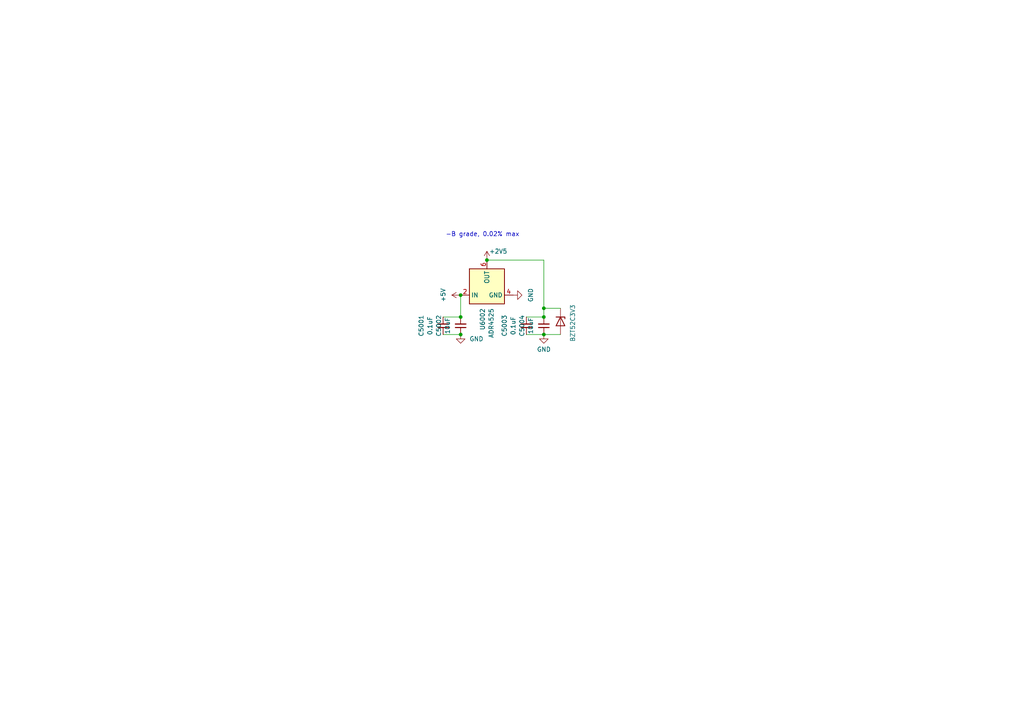
<source format=kicad_sch>
(kicad_sch (version 20231120) (generator "eeschema") (generator_version "8.0")
  (paper "A4")
  (lib_symbols
    (symbol "Device:C_Small" (pin_numbers hide) (pin_names (offset 0.254) hide)
      (property "Reference" "C" (at 0.254 1.778 0))
      (property "Value" "C_Small" (at 0.254 -2.032 0))
      (symbol "C_Small_0_1"
        (polyline (pts (xy -1.524 -0.508) (xy 1.524 -0.508)) (stroke (width 0.3302)))
        (polyline (pts (xy -1.524 0.508) (xy 1.524 0.508)) (stroke (width 0.3048)))
      )
      (symbol "C_Small_1_1"
        (pin passive line (at 0 2.54 270) (length 2.032) (name "~") (number "1"))
        (pin passive line (at 0 -2.54 90) (length 2.032) (name "~") (number "2"))
      )
    )
    (symbol "Device:D_Zener" (pin_numbers hide) (pin_names (offset 1.016) hide)
      (property "Reference" "D" (at 0 2.54 0))
      (property "Value" "D_Zener" (at 0 -2.54 0))
      (symbol "D_Zener_0_1"
        (polyline (pts (xy 1.27 0) (xy -1.27 0)))
        (polyline (pts (xy -1.27 -1.27) (xy -1.27 1.27) (xy -0.762 1.27)) (stroke (width 0.254)))
        (polyline (pts (xy 1.27 -1.27) (xy 1.27 1.27) (xy -1.27 0) (xy 1.27 -1.27)) (stroke (width 0.254)))
      )
      (symbol "D_Zener_1_1"
        (pin passive line (at -3.81 0 0) (length 2.54) (name "K") (number "1"))
        (pin passive line (at 3.81 0 180) (length 2.54) (name "A") (number "2"))
      )
    )
    (symbol "Reference_Voltage:ADR4525"
      (property "Reference" "U6002" (at -6.35 1.2701 0))
      (property "Value" "ADR4525" (at -6.35 -1.2699 0))
      (symbol "ADR4525_0_0"
        (pin no_connect line (at -5.08 0 0) (length 2.54) hide (name "NC") (number "3"))
        (pin no_connect line (at 5.08 2.54 180) (length 2.54) hide (name "NC") (number "7"))
        (pin no_connect line (at 5.08 -2.54 180) (length 2.54) hide (name "NC") (number "8"))
      )
      (symbol "ADR4525_0_1"
        (rectangle (start -5.08 5.08) (end 5.08 -5.08) (stroke (width 0.254)) (fill (type background)))
      )
      (symbol "ADR4525_1_1"
        (pin no_connect line (at -5.08 2.54 0) (length 2.54) hide (name "NC") (number "1"))
        (pin power_in line (at -2.54 7.62 270) (length 2.54) (name "IN") (number "2"))
        (pin power_in line (at -2.54 -7.62 90) (length 2.54) (name "GND") (number "4"))
        (pin no_connect line (at -5.08 -2.54 0) (length 2.54) hide (name "NC") (number "5"))
        (pin power_out line (at 7.62 0 180) (length 2.54) (name "OUT") (number "6"))
      )
    )
    (symbol "power:+2V5" (power) (pin_names (offset 0))
      (property "Value" "+2V5" (at 0 3.556 0))
      (symbol "+2V5_0_1"
        (polyline (pts (xy -0.762 1.27) (xy 0 2.54)))
        (polyline (pts (xy 0 0) (xy 0 2.54)))
        (polyline (pts (xy 0 2.54) (xy 0.762 1.27)))
      )
      (symbol "+2V5_1_1"
        (pin power_in line (at 0 0 90) (length 0) hide (name "+2V5") (number "1"))
      )
    )
    (symbol "power:+5V" (power) (pin_names (offset 0))
      (property "Value" "+5V" (at 0 3.556 0))
      (symbol "+5V_0_1"
        (polyline (pts (xy -0.762 1.27) (xy 0 2.54)))
        (polyline (pts (xy 0 0) (xy 0 2.54)))
        (polyline (pts (xy 0 2.54) (xy 0.762 1.27)))
      )
      (symbol "+5V_1_1"
        (pin power_in line (at 0 0 90) (length 0) hide (name "+5V") (number "1"))
      )
    )
    (symbol "power:GND" (power) (pin_names (offset 0))
      (property "Value" "GND" (at 0 -3.81 0))
      (symbol "GND_0_1"
        (polyline (pts (xy 0 0) (xy 0 -1.27) (xy 1.27 -1.27) (xy 0 -2.54) (xy -1.27 -1.27) (xy 0 -1.27)))
      )
      (symbol "GND_1_1"
        (pin power_in line (at 0 0 270) (length 0) hide (name "GND") (number "1"))
      )
    )
  )
  (junction (at 133.604 97.028))
  (junction (at 133.604 91.948))
  (junction (at 157.734 89.408))
  (junction (at 157.734 97.028))
  (junction (at 133.604 85.598))
  (junction (at 157.734 91.948))
  (junction (at 141.224 75.438))
  (wire (pts (xy 141.224 75.438) (xy 157.734 75.438)))
  (wire (pts (xy 162.56 97.028) (xy 157.734 97.028)))
  (wire (pts (xy 152.654 97.028) (xy 157.734 97.028)))
  (wire (pts (xy 152.654 91.948) (xy 157.734 91.948)))
  (wire (pts (xy 157.734 75.438) (xy 157.734 89.408)))
  (wire (pts (xy 157.734 89.408) (xy 157.734 91.948)))
  (wire (pts (xy 157.734 89.408) (xy 162.56 89.408)))
  (wire (pts (xy 128.524 97.028) (xy 133.604 97.028)))
  (wire (pts (xy 133.604 85.598) (xy 133.604 91.948)))
  (wire (pts (xy 157.734 97.028) (xy 157.734 96.774)))
  (wire (pts (xy 128.524 91.948) (xy 133.604 91.948)))
  (text "-B grade, 0.02% max" (at 139.954 68.072 0) (effects (font (size 1.27 1.27))))
  (symbol (lib_id "power:+2V5") (at 141.224 75.438 0) (unit 1)
    (property "Reference" "#PWR06056" (effects (hide yes)))
    (property "Value" "+2V5" (at 141.859 72.898 0) (effects (justify left)))
  )
  (symbol (lib_id "Device:C_Small") (at 128.524 94.488 180) (unit 1)
    (property "Reference" "C5001" (at 122.174 94.4817 90))
    (property "Value" "0.1uF" (at 124.714 94.4817 90))
    (property "Footprint" "Capacitor_SMD:C_0402_1005Metric" (effects (hide yes)))
    (instances (project "stm32h7_base" (path "" (reference "C5001") (unit 1))) (project "simplicity_analog_1" (path "" (reference "C6048") (unit 1))))
  )
  (symbol (lib_id "Reference_Voltage:ADR4525") (at 141.224 83.058 90) (unit 1)
    (property "Reference" "U6002" (at 139.9539 89.408 0) (effects (justify right)))
    (property "Value" "ADR4525" (at 142.4939 89.408 0) (effects (justify right)))
    (property "Footprint" "Package_SO:SOIC-8_3.9x4.9mm_P1.27mm" (effects (hide yes)))
    (property "Datasheet" "https://www.analog.com/media/en/technical-documentation/data-sheets/ADR4520_4525_4530_4533_4540_4550.pdf" (effects (hide yes)))
    (property "LCSC" "C403914" (effects (hide yes)))
  )
  (symbol (lib_id "power:GND") (at 148.844 85.598 90) (unit 1)
    (property "Reference" "#PWR06058" (effects (hide yes)))
    (property "Value" "GND" (at 153.924 85.598 0))
  )
  (symbol (lib_id "power:GND") (at 157.734 97.028 0) (unit 1)
    (property "Reference" "#PWR06059" (effects (hide yes)))
    (property "Value" "GND" (at 155.702 101.346 0) (effects (justify left)))
  )
  (symbol (lib_id "Device:C_Small") (at 157.734 94.488 180) (unit 1)
    (property "Reference" "C5004" (at 151.384 94.4817 90))
    (property "Value" "10uF" (at 153.924 94.4817 90))
    (property "Footprint" "Capacitor_SMD:C_0603_1608Metric" (effects (hide yes)))
    (instances (project "stm32h7_base" (path "" (reference "C5004") (unit 1))) (project "simplicity_analog_1" (path "" (reference "C6051") (unit 1))))
  )
  (symbol (lib_id "Device:C_Small") (at 133.604 94.488 180) (unit 1)
    (property "Reference" "C5002" (at 127.254 94.4817 90))
    (property "Value" "10uF" (at 129.794 94.4817 90))
    (property "Footprint" "Capacitor_SMD:C_0603_1608Metric" (effects (hide yes)))
    (instances (project "stm32h7_base" (path "" (reference "C5002") (unit 1))) (project "simplicity_analog_1" (path "" (reference "C6049") (unit 1))))
  )
  (symbol (lib_id "power:+5V") (at 133.604 85.598 90) (unit 1)
    (property "Reference" "#PWR06008" (effects (hide yes)))
    (property "Value" "+5V" (at 128.524 85.598 0))
  )
  (symbol (lib_id "power:GND") (at 133.604 97.028 0) (unit 1)
    (property "Reference" "#PWR06010" (effects (hide yes)))
    (property "Value" "GND" (at 136.144 98.2979 0) (effects (justify left)))
  )
  (symbol (lib_id "Device:D_Zener") (at 162.56 93.218 270) (unit 1)
    (property "Reference" "D5001" (effects (hide yes)))
    (property "Value" "BZT52C3V3" (at 166.116 93.726 0))
    (property "Footprint" "Diode_SMD:D_SOD-323" (effects (hide yes)))
    (property "LCSC" "C2112" (effects (hide yes)))
  )
  (symbol (lib_id "Device:C_Small") (at 152.654 94.488 180) (unit 1)
    (property "Reference" "C5003" (at 146.304 94.4817 90))
    (property "Value" "0.1uF" (at 148.844 94.4817 90))
    (property "Footprint" "Capacitor_SMD:C_0402_1005Metric" (effects (hide yes)))
    (instances (project "stm32h7_base" (path "" (reference "C5003") (unit 1))) (project "simplicity_analog_1" (path "" (reference "C6050") (unit 1))))
  )
)
</source>
